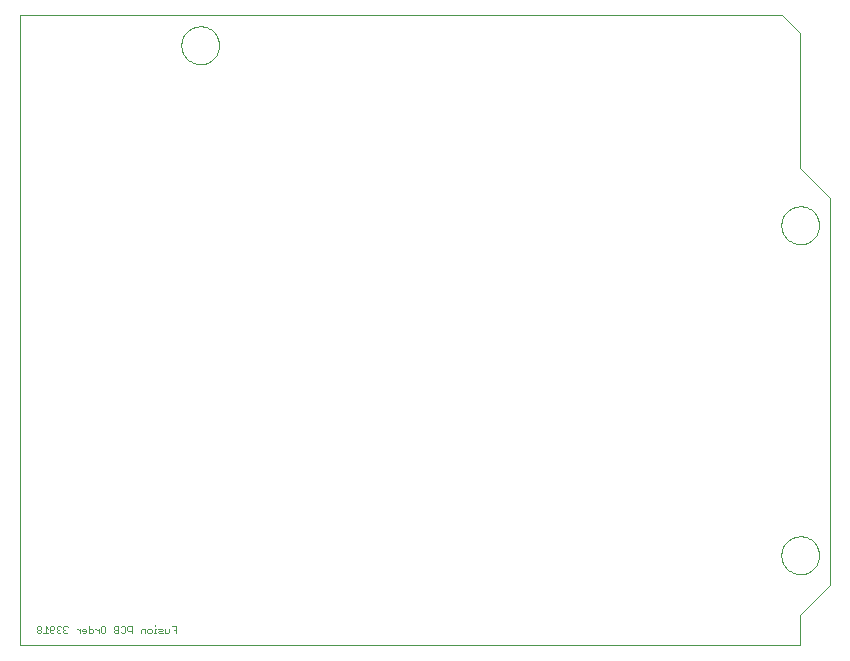
<source format=gbo>
G75*
G70*
%OFA0B0*%
%FSLAX24Y24*%
%IPPOS*%
%LPD*%
%AMOC8*
5,1,8,0,0,1.08239X$1,22.5*
%
%ADD10C,0.0000*%
%ADD11C,0.0020*%
D10*
X002631Y000101D02*
X002631Y021101D01*
X028031Y021101D01*
X028631Y020501D01*
X028631Y016001D01*
X029631Y015001D01*
X029631Y002101D01*
X028631Y001101D01*
X028631Y000101D01*
X002631Y000101D01*
X028001Y003101D02*
X028003Y003151D01*
X028009Y003201D01*
X028019Y003250D01*
X028033Y003298D01*
X028050Y003345D01*
X028071Y003390D01*
X028096Y003434D01*
X028124Y003475D01*
X028156Y003514D01*
X028190Y003551D01*
X028227Y003585D01*
X028267Y003615D01*
X028309Y003642D01*
X028353Y003666D01*
X028399Y003687D01*
X028446Y003703D01*
X028494Y003716D01*
X028544Y003725D01*
X028593Y003730D01*
X028644Y003731D01*
X028694Y003728D01*
X028743Y003721D01*
X028792Y003710D01*
X028840Y003695D01*
X028886Y003677D01*
X028931Y003655D01*
X028974Y003629D01*
X029015Y003600D01*
X029054Y003568D01*
X029090Y003533D01*
X029122Y003495D01*
X029152Y003455D01*
X029179Y003412D01*
X029202Y003368D01*
X029221Y003322D01*
X029237Y003274D01*
X029249Y003225D01*
X029257Y003176D01*
X029261Y003126D01*
X029261Y003076D01*
X029257Y003026D01*
X029249Y002977D01*
X029237Y002928D01*
X029221Y002880D01*
X029202Y002834D01*
X029179Y002790D01*
X029152Y002747D01*
X029122Y002707D01*
X029090Y002669D01*
X029054Y002634D01*
X029015Y002602D01*
X028974Y002573D01*
X028931Y002547D01*
X028886Y002525D01*
X028840Y002507D01*
X028792Y002492D01*
X028743Y002481D01*
X028694Y002474D01*
X028644Y002471D01*
X028593Y002472D01*
X028544Y002477D01*
X028494Y002486D01*
X028446Y002499D01*
X028399Y002515D01*
X028353Y002536D01*
X028309Y002560D01*
X028267Y002587D01*
X028227Y002617D01*
X028190Y002651D01*
X028156Y002688D01*
X028124Y002727D01*
X028096Y002768D01*
X028071Y002812D01*
X028050Y002857D01*
X028033Y002904D01*
X028019Y002952D01*
X028009Y003001D01*
X028003Y003051D01*
X028001Y003101D01*
X028001Y014101D02*
X028003Y014151D01*
X028009Y014201D01*
X028019Y014250D01*
X028033Y014298D01*
X028050Y014345D01*
X028071Y014390D01*
X028096Y014434D01*
X028124Y014475D01*
X028156Y014514D01*
X028190Y014551D01*
X028227Y014585D01*
X028267Y014615D01*
X028309Y014642D01*
X028353Y014666D01*
X028399Y014687D01*
X028446Y014703D01*
X028494Y014716D01*
X028544Y014725D01*
X028593Y014730D01*
X028644Y014731D01*
X028694Y014728D01*
X028743Y014721D01*
X028792Y014710D01*
X028840Y014695D01*
X028886Y014677D01*
X028931Y014655D01*
X028974Y014629D01*
X029015Y014600D01*
X029054Y014568D01*
X029090Y014533D01*
X029122Y014495D01*
X029152Y014455D01*
X029179Y014412D01*
X029202Y014368D01*
X029221Y014322D01*
X029237Y014274D01*
X029249Y014225D01*
X029257Y014176D01*
X029261Y014126D01*
X029261Y014076D01*
X029257Y014026D01*
X029249Y013977D01*
X029237Y013928D01*
X029221Y013880D01*
X029202Y013834D01*
X029179Y013790D01*
X029152Y013747D01*
X029122Y013707D01*
X029090Y013669D01*
X029054Y013634D01*
X029015Y013602D01*
X028974Y013573D01*
X028931Y013547D01*
X028886Y013525D01*
X028840Y013507D01*
X028792Y013492D01*
X028743Y013481D01*
X028694Y013474D01*
X028644Y013471D01*
X028593Y013472D01*
X028544Y013477D01*
X028494Y013486D01*
X028446Y013499D01*
X028399Y013515D01*
X028353Y013536D01*
X028309Y013560D01*
X028267Y013587D01*
X028227Y013617D01*
X028190Y013651D01*
X028156Y013688D01*
X028124Y013727D01*
X028096Y013768D01*
X028071Y013812D01*
X028050Y013857D01*
X028033Y013904D01*
X028019Y013952D01*
X028009Y014001D01*
X028003Y014051D01*
X028001Y014101D01*
X008001Y020101D02*
X008003Y020151D01*
X008009Y020201D01*
X008019Y020250D01*
X008033Y020298D01*
X008050Y020345D01*
X008071Y020390D01*
X008096Y020434D01*
X008124Y020475D01*
X008156Y020514D01*
X008190Y020551D01*
X008227Y020585D01*
X008267Y020615D01*
X008309Y020642D01*
X008353Y020666D01*
X008399Y020687D01*
X008446Y020703D01*
X008494Y020716D01*
X008544Y020725D01*
X008593Y020730D01*
X008644Y020731D01*
X008694Y020728D01*
X008743Y020721D01*
X008792Y020710D01*
X008840Y020695D01*
X008886Y020677D01*
X008931Y020655D01*
X008974Y020629D01*
X009015Y020600D01*
X009054Y020568D01*
X009090Y020533D01*
X009122Y020495D01*
X009152Y020455D01*
X009179Y020412D01*
X009202Y020368D01*
X009221Y020322D01*
X009237Y020274D01*
X009249Y020225D01*
X009257Y020176D01*
X009261Y020126D01*
X009261Y020076D01*
X009257Y020026D01*
X009249Y019977D01*
X009237Y019928D01*
X009221Y019880D01*
X009202Y019834D01*
X009179Y019790D01*
X009152Y019747D01*
X009122Y019707D01*
X009090Y019669D01*
X009054Y019634D01*
X009015Y019602D01*
X008974Y019573D01*
X008931Y019547D01*
X008886Y019525D01*
X008840Y019507D01*
X008792Y019492D01*
X008743Y019481D01*
X008694Y019474D01*
X008644Y019471D01*
X008593Y019472D01*
X008544Y019477D01*
X008494Y019486D01*
X008446Y019499D01*
X008399Y019515D01*
X008353Y019536D01*
X008309Y019560D01*
X008267Y019587D01*
X008227Y019617D01*
X008190Y019651D01*
X008156Y019688D01*
X008124Y019727D01*
X008096Y019768D01*
X008071Y019812D01*
X008050Y019857D01*
X008033Y019904D01*
X008019Y019952D01*
X008009Y020001D01*
X008003Y020051D01*
X008001Y020101D01*
D11*
X007121Y000768D02*
X007121Y000731D01*
X007121Y000658D02*
X007121Y000511D01*
X007158Y000511D02*
X007084Y000511D01*
X007010Y000547D02*
X006974Y000511D01*
X006900Y000511D01*
X006864Y000547D01*
X006864Y000621D01*
X006900Y000658D01*
X006974Y000658D01*
X007010Y000621D01*
X007010Y000547D01*
X007121Y000658D02*
X007158Y000658D01*
X007232Y000658D02*
X007342Y000658D01*
X007379Y000621D01*
X007342Y000584D01*
X007269Y000584D01*
X007232Y000547D01*
X007269Y000511D01*
X007379Y000511D01*
X007453Y000511D02*
X007453Y000658D01*
X007600Y000658D02*
X007600Y000547D01*
X007563Y000511D01*
X007453Y000511D01*
X007674Y000731D02*
X007821Y000731D01*
X007821Y000511D01*
X007821Y000621D02*
X007747Y000621D01*
X006789Y000658D02*
X006789Y000511D01*
X006643Y000511D02*
X006643Y000621D01*
X006679Y000658D01*
X006789Y000658D01*
X006347Y000731D02*
X006347Y000511D01*
X006347Y000584D02*
X006237Y000584D01*
X006201Y000621D01*
X006201Y000694D01*
X006237Y000731D01*
X006347Y000731D01*
X006126Y000694D02*
X006126Y000547D01*
X006090Y000511D01*
X006016Y000511D01*
X005980Y000547D01*
X005905Y000511D02*
X005795Y000511D01*
X005759Y000547D01*
X005759Y000584D01*
X005795Y000621D01*
X005905Y000621D01*
X005980Y000694D02*
X006016Y000731D01*
X006090Y000731D01*
X006126Y000694D01*
X005905Y000731D02*
X005905Y000511D01*
X005795Y000621D02*
X005759Y000658D01*
X005759Y000694D01*
X005795Y000731D01*
X005905Y000731D01*
X005463Y000694D02*
X005463Y000547D01*
X005427Y000511D01*
X005353Y000511D01*
X005317Y000547D01*
X005317Y000694D01*
X005353Y000731D01*
X005427Y000731D01*
X005463Y000694D01*
X005242Y000658D02*
X005242Y000511D01*
X005242Y000584D02*
X005169Y000658D01*
X005132Y000658D01*
X005058Y000621D02*
X005022Y000658D01*
X004911Y000658D01*
X004911Y000731D02*
X004911Y000511D01*
X005022Y000511D01*
X005058Y000547D01*
X005058Y000621D01*
X004837Y000621D02*
X004801Y000658D01*
X004727Y000658D01*
X004691Y000621D01*
X004691Y000584D01*
X004837Y000584D01*
X004837Y000547D02*
X004837Y000621D01*
X004837Y000547D02*
X004801Y000511D01*
X004727Y000511D01*
X004616Y000511D02*
X004616Y000658D01*
X004543Y000658D02*
X004506Y000658D01*
X004543Y000658D02*
X004616Y000584D01*
X004211Y000547D02*
X004174Y000511D01*
X004101Y000511D01*
X004064Y000547D01*
X004064Y000584D01*
X004101Y000621D01*
X004138Y000621D01*
X004101Y000621D02*
X004064Y000658D01*
X004064Y000694D01*
X004101Y000731D01*
X004174Y000731D01*
X004211Y000694D01*
X003990Y000694D02*
X003954Y000731D01*
X003880Y000731D01*
X003843Y000694D01*
X003843Y000658D01*
X003880Y000621D01*
X003843Y000584D01*
X003843Y000547D01*
X003880Y000511D01*
X003954Y000511D01*
X003990Y000547D01*
X003917Y000621D02*
X003880Y000621D01*
X003769Y000658D02*
X003733Y000621D01*
X003622Y000621D01*
X003622Y000694D02*
X003622Y000547D01*
X003659Y000511D01*
X003733Y000511D01*
X003769Y000547D01*
X003769Y000658D02*
X003769Y000694D01*
X003733Y000731D01*
X003659Y000731D01*
X003622Y000694D01*
X003548Y000658D02*
X003475Y000731D01*
X003475Y000511D01*
X003548Y000511D02*
X003401Y000511D01*
X003327Y000547D02*
X003327Y000584D01*
X003291Y000621D01*
X003217Y000621D01*
X003180Y000584D01*
X003180Y000547D01*
X003217Y000511D01*
X003291Y000511D01*
X003327Y000547D01*
X003291Y000621D02*
X003327Y000658D01*
X003327Y000694D01*
X003291Y000731D01*
X003217Y000731D01*
X003180Y000694D01*
X003180Y000658D01*
X003217Y000621D01*
M02*

</source>
